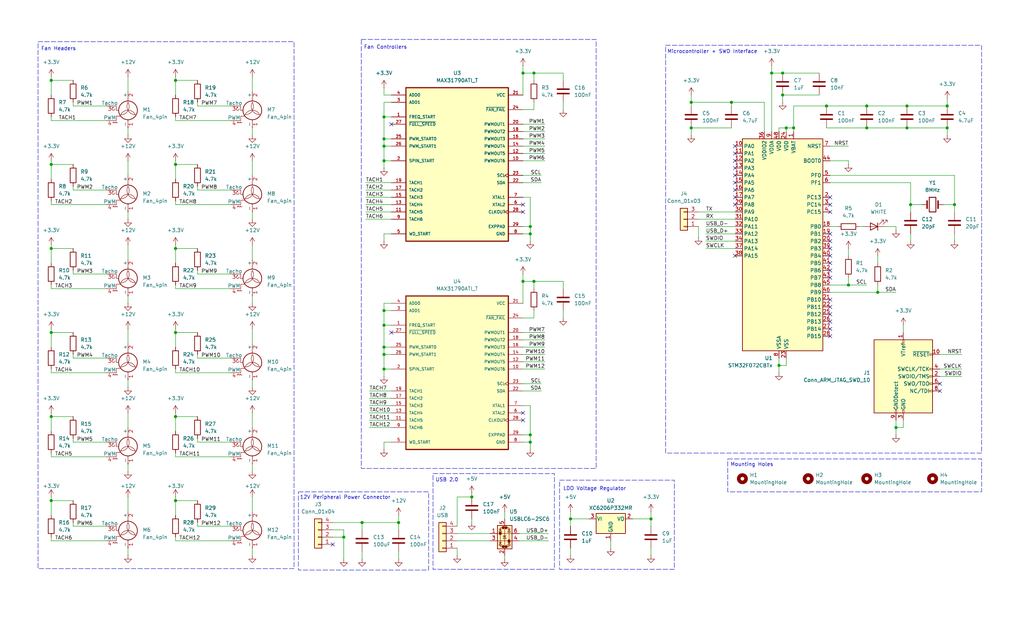
<source format=kicad_sch>
(kicad_sch (version 20231120) (generator "eeschema") (generator_version "8.0")
  (paper "USLegal")
  (title_block (title "OpenFanHub") (date "2024-08-10") (rev "0.2") (company "Rolando Rosales") (comment 1 "https://github.com/rolo-g/OpenFanHub"))
  (junction (at 133.35 120.65))
  (junction (at 60.96 115.57))
  (junction (at 294.64 99.06))
  (junction (at 275.59 44.45))
  (junction (at 184.15 151.13))
  (junction (at 316.23 71.12))
  (junction (at 60.96 86.36))
  (junction (at 240.03 35.56))
  (junction (at 17.78 115.57))
  (junction (at 287.02 36.83))
  (junction (at 138.43 181.61))
  (junction (at 17.78 86.36))
  (junction (at 331.47 71.12))
  (junction (at 267.97 25.4))
  (junction (at 17.78 173.99))
  (junction (at 271.78 33.02))
  (junction (at 133.35 128.27))
  (junction (at 133.35 123.19))
  (junction (at 181.61 25.4))
  (junction (at 163.83 172.72))
  (junction (at 133.35 40.64))
  (junction (at 328.93 44.45))
  (junction (at 60.96 144.78))
  (junction (at 133.35 113.03))
  (junction (at 119.38 186.69))
  (junction (at 133.35 50.8))
  (junction (at 226.06 180.34))
  (junction (at 133.35 107.95))
  (junction (at 133.35 48.26))
  (junction (at 254 35.56))
  (junction (at 300.99 44.45))
  (junction (at 273.05 44.45))
  (junction (at 198.12 180.34))
  (junction (at 311.15 148.59))
  (junction (at 328.93 36.83))
  (junction (at 133.35 55.88))
  (junction (at 240.03 44.45))
  (junction (at 300.99 36.83))
  (junction (at 185.42 97.79))
  (junction (at 60.96 57.15))
  (junction (at 60.96 27.94))
  (junction (at 17.78 57.15))
  (junction (at 17.78 27.94))
  (junction (at 184.15 153.67))
  (junction (at 17.78 144.78))
  (junction (at 270.51 127))
  (junction (at 184.15 81.28))
  (junction (at 304.8 101.6))
  (junction (at 314.96 44.45))
  (junction (at 184.15 78.74))
  (junction (at 314.96 36.83))
  (junction (at 125.73 181.61))
  (junction (at 60.96 173.99))
  (junction (at 181.61 97.79))
  (junction (at 271.78 25.4))
  (junction (at 185.42 25.4))
  (no_connect (at 326.39 135.89))
  (no_connect (at 288.29 111.76))
  (no_connect (at 255.27 53.34))
  (no_connect (at 288.29 93.98))
  (no_connect (at 181.61 143.51))
  (no_connect (at 255.27 60.96))
  (no_connect (at 255.27 71.12))
  (no_connect (at 288.29 81.28))
  (no_connect (at 255.27 55.88))
  (no_connect (at 181.61 146.05))
  (no_connect (at 255.27 68.58))
  (no_connect (at 288.29 114.3))
  (no_connect (at 288.29 109.22))
  (no_connect (at 288.29 96.52))
  (no_connect (at 288.29 104.14))
  (no_connect (at 255.27 63.5))
  (no_connect (at 288.29 106.68))
  (no_connect (at 288.29 73.66))
  (no_connect (at 255.27 66.04))
  (no_connect (at 288.29 116.84))
  (no_connect (at 288.29 86.36))
  (no_connect (at 288.29 91.44))
  (no_connect (at 288.29 68.58))
  (no_connect (at 115.57 189.23))
  (no_connect (at 255.27 88.9))
  (no_connect (at 326.39 133.35))
  (no_connect (at 181.61 73.66))
  (no_connect (at 135.89 115.57))
  (no_connect (at 288.29 83.82))
  (no_connect (at 255.27 58.42))
  (no_connect (at 135.89 43.18))
  (no_connect (at 288.29 71.12))
  (no_connect (at 255.27 50.8))
  (no_connect (at 181.61 71.12))
  (no_connect (at 288.29 88.9))
  (wire (pts (xy 127 76.2) (xy 135.89 76.2)))
  (wire (pts (xy 60.96 100.33) (xy 60.96 99.06)))
  (wire (pts (xy 298.45 78.74) (xy 299.72 78.74)))
  (wire (pts (xy 133.35 113.03) (xy 133.35 120.65)))
  (wire (pts (xy 328.93 44.45) (xy 328.93 46.99)))
  (wire (pts (xy 175.26 177.8) (xy 175.26 180.34)))
  (wire (pts (xy 294.64 96.52) (xy 294.64 99.06)))
  (wire (pts (xy 133.35 30.48) (xy 133.35 33.02)))
  (wire (pts (xy 181.61 97.79) (xy 181.61 105.41)))
  (wire (pts (xy 60.96 41.91) (xy 60.96 40.64)))
  (wire (pts (xy 17.78 120.65) (xy 17.78 115.57)))
  (wire (pts (xy 133.35 120.65) (xy 133.35 123.19)))
  (wire (pts (xy 327.66 71.12) (xy 331.47 71.12)))
  (wire (pts (xy 17.78 179.07) (xy 17.78 173.99)))
  (wire (pts (xy 133.35 123.19) (xy 133.35 128.27)))
  (wire (pts (xy 17.78 149.86) (xy 17.78 144.78)))
  (wire (pts (xy 125.73 184.15) (xy 125.73 181.61)))
  (wire (pts (xy 133.35 123.19) (xy 135.89 123.19)))
  (wire (pts (xy 158.75 172.72) (xy 158.75 182.88)))
  (wire (pts (xy 219.71 180.34) (xy 226.06 180.34)))
  (wire (pts (xy 226.06 177.8) (xy 226.06 180.34)))
  (wire (pts (xy 316.23 81.28) (xy 316.23 83.82)))
  (wire (pts (xy 254 35.56) (xy 240.03 35.56)))
  (wire (pts (xy 288.29 101.6) (xy 304.8 101.6)))
  (wire (pts (xy 270.51 44.45) (xy 270.51 45.72)))
  (wire (pts (xy 17.78 143.51) (xy 17.78 144.78)))
  (wire (pts (xy 133.35 55.88) (xy 133.35 58.42)))
  (wire (pts (xy 311.15 78.74) (xy 311.15 80.01)))
  (wire (pts (xy 128.27 143.51) (xy 135.89 143.51)))
  (wire (pts (xy 60.96 55.88) (xy 60.96 57.15)))
  (wire (pts (xy 60.96 91.44) (xy 60.96 86.36)))
  (wire (pts (xy 68.58 153.67) (xy 80.01 153.67)))
  (wire (pts (xy 328.93 34.29) (xy 328.93 36.83)))
  (wire (pts (xy 133.35 48.26) (xy 133.35 50.8)))
  (wire (pts (xy 133.35 81.28) (xy 133.35 83.82)))
  (wire (pts (xy 242.57 73.66) (xy 255.27 73.66)))
  (wire (pts (xy 133.35 40.64) (xy 135.89 40.64)))
  (wire (pts (xy 158.75 190.5) (xy 158.75 193.04)))
  (wire (pts (xy 25.4 95.25) (xy 36.83 95.25)))
  (wire (pts (xy 133.35 120.65) (xy 135.89 120.65)))
  (wire (pts (xy 60.96 120.65) (xy 60.96 115.57)))
  (wire (pts (xy 60.96 115.57) (xy 68.58 115.57)))
  (wire (pts (xy 195.58 27.94) (xy 195.58 25.4)))
  (wire (pts (xy 125.73 191.77) (xy 125.73 194.31)))
  (wire (pts (xy 181.61 25.4) (xy 181.61 33.02)))
  (wire (pts (xy 300.99 36.83) (xy 314.96 36.83)))
  (wire (pts (xy 181.61 140.97) (xy 184.15 140.97)))
  (wire (pts (xy 17.78 71.12) (xy 17.78 69.85)))
  (wire (pts (xy 133.35 105.41) (xy 133.35 107.95)))
  (wire (pts (xy 17.78 158.75) (xy 17.78 157.48)))
  (wire (pts (xy 226.06 190.5) (xy 226.06 193.04)))
  (wire (pts (xy 181.61 95.25) (xy 181.61 97.79)))
  (wire (pts (xy 180.34 187.96) (xy 190.5 187.96)))
  (wire (pts (xy 181.61 128.27) (xy 189.23 128.27)))
  (wire (pts (xy 181.61 63.5) (xy 187.96 63.5)))
  (wire (pts (xy 158.75 187.96) (xy 170.18 187.96)))
  (wire (pts (xy 313.69 113.03) (xy 313.69 115.57)))
  (wire (pts (xy 60.96 71.12) (xy 80.01 71.12)))
  (wire (pts (xy 68.58 36.83) (xy 80.01 36.83)))
  (wire (pts (xy 115.57 186.69) (xy 119.38 186.69)))
  (wire (pts (xy 128.27 146.05) (xy 135.89 146.05)))
  (wire (pts (xy 138.43 181.61) (xy 138.43 179.07)))
  (wire (pts (xy 17.78 55.88) (xy 17.78 57.15)))
  (wire (pts (xy 44.45 55.88) (xy 44.45 60.96)))
  (wire (pts (xy 265.43 45.72) (xy 265.43 35.56)))
  (wire (pts (xy 60.96 172.72) (xy 60.96 173.99)))
  (wire (pts (xy 304.8 88.9) (xy 304.8 91.44)))
  (wire (pts (xy 87.63 172.72) (xy 87.63 177.8)))
  (wire (pts (xy 17.78 115.57) (xy 25.4 115.57)))
  (wire (pts (xy 25.4 64.77) (xy 25.4 66.04)))
  (wire (pts (xy 68.58 93.98) (xy 68.58 95.25)))
  (wire (pts (xy 127 68.58) (xy 135.89 68.58)))
  (wire (pts (xy 184.15 151.13) (xy 184.15 153.67)))
  (wire (pts (xy 133.35 113.03) (xy 135.89 113.03)))
  (wire (pts (xy 304.8 101.6) (xy 311.15 101.6)))
  (wire (pts (xy 181.61 125.73) (xy 189.23 125.73)))
  (wire (pts (xy 87.63 102.87) (xy 87.63 105.41)))
  (wire (pts (xy 271.78 25.4) (xy 284.48 25.4)))
  (wire (pts (xy 60.96 114.3) (xy 60.96 115.57)))
  (wire (pts (xy 181.61 118.11) (xy 189.23 118.11)))
  (wire (pts (xy 195.58 25.4) (xy 185.42 25.4)))
  (wire (pts (xy 60.96 27.94) (xy 68.58 27.94)))
  (wire (pts (xy 311.15 148.59) (xy 313.69 148.59)))
  (wire (pts (xy 270.51 129.54) (xy 270.51 127)))
  (wire (pts (xy 185.42 25.4) (xy 185.42 27.94)))
  (wire (pts (xy 25.4 36.83) (xy 36.83 36.83)))
  (wire (pts (xy 181.61 97.79) (xy 185.42 97.79)))
  (wire (pts (xy 275.59 36.83) (xy 275.59 44.45)))
  (wire (pts (xy 60.96 143.51) (xy 60.96 144.78)))
  (wire (pts (xy 60.96 33.02) (xy 60.96 27.94)))
  (wire (pts (xy 133.35 128.27) (xy 133.35 130.81)))
  (wire (pts (xy 240.03 33.02) (xy 240.03 35.56)))
  (wire (pts (xy 331.47 60.96) (xy 331.47 71.12)))
  (wire (pts (xy 44.45 190.5) (xy 44.45 193.04)))
  (wire (pts (xy 115.57 181.61) (xy 125.73 181.61)))
  (wire (pts (xy 181.61 48.26) (xy 189.23 48.26)))
  (wire (pts (xy 68.58 152.4) (xy 68.58 153.67)))
  (wire (pts (xy 184.15 81.28) (xy 184.15 83.82)))
  (wire (pts (xy 60.96 149.86) (xy 60.96 144.78)))
  (wire (pts (xy 181.61 43.18) (xy 189.23 43.18)))
  (wire (pts (xy 25.4 123.19) (xy 25.4 124.46)))
  (wire (pts (xy 133.35 50.8) (xy 135.89 50.8)))
  (wire (pts (xy 25.4 93.98) (xy 25.4 95.25)))
  (wire (pts (xy 245.11 86.36) (xy 255.27 86.36)))
  (wire (pts (xy 195.58 35.56) (xy 195.58 38.1)))
  (wire (pts (xy 198.12 177.8) (xy 198.12 180.34)))
  (wire (pts (xy 68.58 124.46) (xy 80.01 124.46)))
  (wire (pts (xy 25.4 35.56) (xy 25.4 36.83)))
  (wire (pts (xy 17.78 86.36) (xy 25.4 86.36)))
  (wire (pts (xy 158.75 172.72) (xy 163.83 172.72)))
  (wire (pts (xy 87.63 55.88) (xy 87.63 60.96)))
  (wire (pts (xy 127 73.66) (xy 135.89 73.66)))
  (wire (pts (xy 314.96 36.83) (xy 328.93 36.83)))
  (wire (pts (xy 181.61 135.89) (xy 187.96 135.89)))
  (wire (pts (xy 60.96 144.78) (xy 68.58 144.78)))
  (wire (pts (xy 138.43 184.15) (xy 138.43 181.61)))
  (wire (pts (xy 245.11 81.28) (xy 255.27 81.28)))
  (wire (pts (xy 198.12 180.34) (xy 204.47 180.34)))
  (wire (pts (xy 60.96 62.23) (xy 60.96 57.15)))
  (wire (pts (xy 17.78 129.54) (xy 17.78 128.27)))
  (wire (pts (xy 181.61 120.65) (xy 189.23 120.65)))
  (wire (pts (xy 25.4 152.4) (xy 25.4 153.67)))
  (wire (pts (xy 181.61 25.4) (xy 185.42 25.4)))
  (wire (pts (xy 87.63 114.3) (xy 87.63 119.38)))
  (wire (pts (xy 119.38 186.69) (xy 119.38 184.15)))
  (wire (pts (xy 184.15 78.74) (xy 184.15 81.28)))
  (wire (pts (xy 87.63 190.5) (xy 87.63 193.04)))
  (wire (pts (xy 68.58 35.56) (xy 68.58 36.83)))
  (wire (pts (xy 68.58 66.04) (xy 80.01 66.04)))
  (wire (pts (xy 181.61 81.28) (xy 184.15 81.28)))
  (wire (pts (xy 60.96 187.96) (xy 60.96 186.69)))
  (wire (pts (xy 267.97 25.4) (xy 271.78 25.4)))
  (wire (pts (xy 17.78 57.15) (xy 25.4 57.15)))
  (wire (pts (xy 226.06 180.34) (xy 226.06 182.88)))
  (wire (pts (xy 288.29 55.88) (xy 294.64 55.88)))
  (wire (pts (xy 44.45 114.3) (xy 44.45 119.38)))
  (wire (pts (xy 17.78 41.91) (xy 17.78 40.64)))
  (wire (pts (xy 180.34 185.42) (xy 190.5 185.42)))
  (wire (pts (xy 60.96 86.36) (xy 68.58 86.36)))
  (wire (pts (xy 60.96 100.33) (xy 80.01 100.33)))
  (wire (pts (xy 133.35 107.95) (xy 133.35 113.03)))
  (wire (pts (xy 60.96 179.07) (xy 60.96 173.99)))
  (wire (pts (xy 181.61 153.67) (xy 184.15 153.67)))
  (wire (pts (xy 311.15 148.59) (xy 311.15 151.13)))
  (wire (pts (xy 25.4 181.61) (xy 25.4 182.88)))
  (wire (pts (xy 60.96 129.54) (xy 80.01 129.54)))
  (wire (pts (xy 316.23 63.5) (xy 316.23 71.12)))
  (wire (pts (xy 25.4 153.67) (xy 36.83 153.67)))
  (wire (pts (xy 25.4 182.88) (xy 36.83 182.88)))
  (wire (pts (xy 326.39 128.27) (xy 334.01 128.27)))
  (wire (pts (xy 133.35 33.02) (xy 135.89 33.02)))
  (wire (pts (xy 198.12 193.04) (xy 198.12 190.5)))
  (wire (pts (xy 133.35 40.64) (xy 133.35 48.26)))
  (wire (pts (xy 17.78 172.72) (xy 17.78 173.99)))
  (wire (pts (xy 300.99 44.45) (xy 314.96 44.45)))
  (wire (pts (xy 181.61 68.58) (xy 184.15 68.58)))
  (wire (pts (xy 60.96 129.54) (xy 60.96 128.27)))
  (wire (pts (xy 181.61 133.35) (xy 187.96 133.35)))
  (wire (pts (xy 68.58 182.88) (xy 80.01 182.88)))
  (wire (pts (xy 44.45 73.66) (xy 44.45 76.2)))
  (wire (pts (xy 271.78 33.02) (xy 271.78 35.56)))
  (wire (pts (xy 133.35 128.27) (xy 135.89 128.27)))
  (wire (pts (xy 288.29 50.8) (xy 294.64 50.8)))
  (wire (pts (xy 17.78 26.67) (xy 17.78 27.94)))
  (wire (pts (xy 245.11 78.74) (xy 255.27 78.74)))
  (wire (pts (xy 326.39 130.81) (xy 334.01 130.81)))
  (wire (pts (xy 128.27 148.59) (xy 135.89 148.59)))
  (wire (pts (xy 331.47 71.12) (xy 331.47 73.66)))
  (wire (pts (xy 267.97 22.86) (xy 267.97 25.4)))
  (wire (pts (xy 287.02 44.45) (xy 300.99 44.45)))
  (wire (pts (xy 240.03 44.45) (xy 254 44.45)))
  (wire (pts (xy 294.64 99.06) (xy 300.99 99.06)))
  (wire (pts (xy 320.04 71.12) (xy 316.23 71.12)))
  (wire (pts (xy 87.63 26.67) (xy 87.63 31.75)))
  (wire (pts (xy 128.27 140.97) (xy 135.89 140.97)))
  (wire (pts (xy 44.45 161.29) (xy 44.45 163.83)))
  (wire (pts (xy 133.35 55.88) (xy 135.89 55.88)))
  (wire (pts (xy 135.89 81.28) (xy 133.35 81.28)))
  (wire (pts (xy 273.05 124.46) (xy 273.05 127)))
  (wire (pts (xy 68.58 123.19) (xy 68.58 124.46)))
  (wire (pts (xy 119.38 194.31) (xy 119.38 186.69)))
  (wire (pts (xy 60.96 71.12) (xy 60.96 69.85)))
  (wire (pts (xy 60.96 173.99) (xy 68.58 173.99)))
  (wire (pts (xy 60.96 57.15) (xy 68.58 57.15)))
  (wire (pts (xy 68.58 181.61) (xy 68.58 182.88)))
  (wire (pts (xy 185.42 97.79) (xy 195.58 97.79)))
  (wire (pts (xy 265.43 35.56) (xy 254 35.56)))
  (wire (pts (xy 304.8 99.06) (xy 304.8 101.6)))
  (wire (pts (xy 184.15 153.67) (xy 184.15 156.21)))
  (wire (pts (xy 133.35 35.56) (xy 133.35 40.64)))
  (wire (pts (xy 17.78 62.23) (xy 17.78 57.15)))
  (wire (pts (xy 44.45 143.51) (xy 44.45 148.59)))
  (wire (pts (xy 17.78 100.33) (xy 36.83 100.33)))
  (wire (pts (xy 87.63 44.45) (xy 87.63 46.99)))
  (wire (pts (xy 326.39 123.19) (xy 334.01 123.19)))
  (wire (pts (xy 175.26 194.31) (xy 175.26 193.04)))
  (wire (pts (xy 44.45 102.87) (xy 44.45 105.41)))
  (wire (pts (xy 311.15 146.05) (xy 311.15 148.59)))
  (wire (pts (xy 17.78 144.78) (xy 25.4 144.78)))
  (wire (pts (xy 133.35 48.26) (xy 135.89 48.26)))
  (wire (pts (xy 181.61 60.96) (xy 187.96 60.96)))
  (wire (pts (xy 135.89 35.56) (xy 133.35 35.56)))
  (wire (pts (xy 17.78 41.91) (xy 36.83 41.91)))
  (wire (pts (xy 181.61 110.49) (xy 185.42 110.49)))
  (wire (pts (xy 273.05 44.45) (xy 273.05 45.72)))
  (wire (pts (xy 87.63 143.51) (xy 87.63 148.59)))
  (wire (pts (xy 44.45 85.09) (xy 44.45 90.17)))
  (wire (pts (xy 181.61 38.1) (xy 185.42 38.1)))
  (wire (pts (xy 127 71.12) (xy 135.89 71.12)))
  (wire (pts (xy 181.61 45.72) (xy 189.23 45.72)))
  (wire (pts (xy 133.35 153.67) (xy 135.89 153.67)))
  (wire (pts (xy 181.61 53.34) (xy 189.23 53.34)))
  (wire (pts (xy 181.61 78.74) (xy 184.15 78.74)))
  (wire (pts (xy 181.61 115.57) (xy 189.23 115.57)))
  (wire (pts (xy 181.61 151.13) (xy 184.15 151.13)))
  (wire (pts (xy 60.96 41.91) (xy 80.01 41.91)))
  (wire (pts (xy 138.43 191.77) (xy 138.43 194.31)))
  (wire (pts (xy 195.58 107.95) (xy 195.58 110.49)))
  (wire (pts (xy 60.96 158.75) (xy 80.01 158.75)))
  (wire (pts (xy 25.4 124.46) (xy 36.83 124.46)))
  (wire (pts (xy 240.03 44.45) (xy 240.03 46.99)))
  (wire (pts (xy 185.42 38.1) (xy 185.42 35.56)))
  (wire (pts (xy 127 66.04) (xy 135.89 66.04)))
  (wire (pts (xy 25.4 66.04) (xy 36.83 66.04)))
  (wire (pts (xy 17.78 173.99) (xy 25.4 173.99)))
  (wire (pts (xy 17.78 71.12) (xy 36.83 71.12)))
  (wire (pts (xy 267.97 45.72) (xy 267.97 25.4)))
  (wire (pts (xy 68.58 64.77) (xy 68.58 66.04)))
  (wire (pts (xy 133.35 50.8) (xy 133.35 55.88)))
  (wire (pts (xy 17.78 27.94) (xy 25.4 27.94)))
  (wire (pts (xy 115.57 184.15) (xy 119.38 184.15)))
  (wire (pts (xy 271.78 33.02) (xy 284.48 33.02)))
  (wire (pts (xy 17.78 33.02) (xy 17.78 27.94)))
  (wire (pts (xy 212.09 187.96) (xy 212.09 190.5)))
  (wire (pts (xy 287.02 36.83) (xy 300.99 36.83)))
  (wire (pts (xy 185.42 110.49) (xy 185.42 107.95)))
  (wire (pts (xy 17.78 100.33) (xy 17.78 99.06)))
  (wire (pts (xy 270.51 124.46) (xy 270.51 127)))
  (wire (pts (xy 125.73 181.61) (xy 138.43 181.61)))
  (wire (pts (xy 127 63.5) (xy 135.89 63.5)))
  (wire (pts (xy 245.11 83.82) (xy 255.27 83.82)))
  (wire (pts (xy 270.51 44.45) (xy 273.05 44.45)))
  (wire (pts (xy 254 35.56) (xy 254 36.83)))
  (wire (pts (xy 195.58 100.33) (xy 195.58 97.79)))
  (wire (pts (xy 60.96 158.75) (xy 60.96 157.48)))
  (wire (pts (xy 181.61 50.8) (xy 189.23 50.8)))
  (wire (pts (xy 184.15 140.97) (xy 184.15 151.13)))
  (wire (pts (xy 87.63 85.09) (xy 87.63 90.17)))
  (wire (pts (xy 87.63 161.29) (xy 87.63 163.83)))
  (wire (pts (xy 68.58 95.25) (xy 80.01 95.25)))
  (wire (pts (xy 240.03 35.56) (xy 240.03 36.83)))
  (wire (pts (xy 44.45 172.72) (xy 44.45 177.8)))
  (wire (pts (xy 294.64 55.88) (xy 294.64 57.15)))
  (wire (pts (xy 17.78 187.96) (xy 17.78 186.69)))
  (wire (pts (xy 60.96 187.96) (xy 80.01 187.96)))
  (wire (pts (xy 158.75 185.42) (xy 170.18 185.42)))
  (wire (pts (xy 17.78 129.54) (xy 36.83 129.54)))
  (wire (pts (xy 17.78 114.3) (xy 17.78 115.57)))
  (wire (pts (xy 128.27 135.89) (xy 135.89 135.89)))
  (wire (pts (xy 128.27 138.43) (xy 135.89 138.43)))
  (wire (pts (xy 163.83 171.45) (xy 163.83 172.72)))
  (wire (pts (xy 307.34 78.74) (xy 311.15 78.74)))
  (wire (pts (xy 287.02 36.83) (xy 275.59 36.83)))
  (wire (pts (xy 44.45 132.08) (xy 44.45 134.62)))
  (wire (pts (xy 185.42 97.79) (xy 185.42 100.33)))
  (wire (pts (xy 181.61 55.88) (xy 189.23 55.88)))
  (wire (pts (xy 133.35 156.21) (xy 133.35 153.67)))
  (wire (pts (xy 135.89 107.95) (xy 133.35 107.95)))
  (wire (pts (xy 288.29 60.96) (xy 331.47 60.96)))
  (wire (pts (xy 288.29 78.74) (xy 290.83 78.74)))
  (wire (pts (xy 198.12 180.34) (xy 198.12 182.88)))
  (wire (pts (xy 184.15 68.58) (xy 184.15 78.74)))
  (wire (pts (xy 135.89 105.41) (xy 133.35 105.41)))
  (wire (pts (xy 17.78 187.96) (xy 36.83 187.96)))
  (wire (pts (xy 17.78 85.09) (xy 17.78 86.36)))
  (wire (pts (xy 87.63 73.66) (xy 87.63 76.2)))
  (wire (pts (xy 275.59 44.45) (xy 275.59 45.72)))
  (wire (pts (xy 44.45 44.45) (xy 44.45 46.99)))
  (wire (pts (xy 242.57 76.2) (xy 255.27 76.2)))
  (wire (pts (xy 270.51 127) (xy 273.05 127)))
  (wire (pts (xy 181.61 123.19) (xy 189.23 123.19)))
  (wire (pts (xy 17.78 158.75) (xy 36.83 158.75)))
  (wire (pts (xy 181.61 22.86) (xy 181.61 25.4)))
  (wire (pts (xy 316.23 71.12) (xy 316.23 73.66)))
  (wire (pts (xy 242.57 82.55) (xy 242.57 78.74)))
  (wire (pts (xy 288.29 99.06) (xy 294.64 99.06)))
  (wire (pts (xy 87.63 132.08) (xy 87.63 134.62)))
  (wire (pts (xy 294.64 86.36) (xy 294.64 88.9)))
  (wire (pts (xy 60.96 85.09) (xy 60.96 86.36)))
  (wire (pts (xy 331.47 81.28) (xy 331.47 83.82)))
  (wire (pts (xy 313.69 148.59) (xy 313.69 146.05)))
  (wire (pts (xy 288.29 63.5) (xy 316.23 63.5)))
  (wire (pts (xy 163.83 180.34) (xy 163.83 181.61)))
  (wire (pts (xy 314.96 44.45) (xy 328.93 44.45)))
  (wire (pts (xy 273.05 44.45) (xy 275.59 44.45)))
  (wire (pts (xy 17.78 91.44) (xy 17.78 86.36)))
  (wire (pts (xy 44.45 26.67) (xy 44.45 31.75)))
  (wire (pts (xy 60.96 26.67) (xy 60.96 27.94)))
  (rectangle (start 125.476 13.716) (end 207.01 162.814) (stroke (width 0) (type dash)))
  (rectangle (start 252.73 159.512) (end 340.868 170.942) (stroke (width 0) (type dash)))
  (rectangle (start 231.14 15.748) (end 340.868 157.48) (stroke (width 0) (type dash)))
  (rectangle (start 150.368 164.592) (end 192.532 197.866) (stroke (width 0) (type dash)))
  (rectangle (start 194.31 166.878) (end 234.188 197.866) (stroke (width 0) (type dash)))
  (rectangle (start 13.208 14.478) (end 102.108 197.612) (stroke (width 0) (type dash)))
  (rectangle (start 103.632 170.942) (end 148.844 198.12) (stroke (width 0) (type dash)))
  (text "USB 2.0\n" (at 155.194 166.878 0) (effects (font (size 1.27 1.27))))
  (text "12V Peripheral Power Connector" (at 119.888 172.974 0) (effects (font (size 1.27 1.27))))
  (text "Fan Headers" (at 20.32 17.018 0) (effects (font (size 1.27 1.27))))
  (text "Mounting Holes" (at 261.112 161.544 0) (effects (font (size 1.27 1.27))))
  (text "LDO Voltage Regulator" (at 206.502 169.926 0) (effects (font (size 1.27 1.27))))
  (text "Microcontroller + SWD Interface" (at 247.396 18.034 0) (effects (font (size 1.27 1.27))))
  (text "Fan Controllers" (at 133.858 16.51 0) (effects (font (size 1.27 1.27))))
  (label "USB_D+" (at 190.5 185.42 180))
  (label "PWM6" (at 189.23 55.88 180))
  (label "PWM3" (at 189.23 48.26 180))
  (label "PWM1" (at 26.67 36.83 0))
  (label "USB_D-" (at 190.5 187.96 180))
  (label "TACH4" (at 127 71.12 0))
  (label "SWDIO" (at 245.11 83.82 0))
  (label "PWM5" (at 26.67 153.67 0))
  (label "SWCLK" (at 245.11 86.36 0))
  (label "SWCLK" (at 334.01 128.27 180))
  (label "TACH7" (at 62.23 41.91 0))
  (label "USB_D-" (at 245.11 78.74 0))
  (label "SCL" (at 187.96 133.35 180))
  (label "PWM10" (at 69.85 124.46 0))
  (label "PWM10" (at 189.23 123.19 180))
  (label "TACH9" (at 62.23 100.33 0))
  (label "PWM9" (at 69.85 95.25 0))
  (label "SCL" (at 187.96 60.96 180))
  (label "TACH10" (at 128.27 143.51 0))
  (label "PWM2" (at 26.67 66.04 0))
  (label "TACH11" (at 128.27 146.05 0))
  (label "PWM12" (at 69.85 182.88 0))
  (label "TACH1" (at 127 63.5 0))
  (label "PWM12" (at 189.23 128.27 180))
  (label "PWM5" (at 189.23 53.34 180))
  (label "TACH1" (at 20.32 41.91 0))
  (label "TACH12" (at 128.27 148.59 0))
  (label "SDA" (at 187.96 135.89 180))
  (label "TACH11" (at 62.23 158.75 0))
  (label "USB_D+" (at 245.11 81.28 0))
  (label "RX" (at 245.11 76.2 0))
  (label "PWM8" (at 69.85 66.04 0))
  (label "PWM1" (at 189.23 43.18 180))
  (label "SDA" (at 187.96 63.5 180))
  (label "PWM2" (at 189.23 45.72 180))
  (label "TACH8" (at 62.23 71.12 0))
  (label "NRST" (at 334.01 123.19 180))
  (label "PWM8" (at 189.23 118.11 180))
  (label "SWDIO" (at 334.01 130.81 180))
  (label "PWM6" (at 26.67 182.88 0))
  (label "PWM4" (at 189.23 50.8 180))
  (label "SDA" (at 311.15 101.6 180))
  (label "TACH2" (at 19.05 71.12 0))
  (label "TACH6" (at 127 76.2 0))
  (label "PWM11" (at 69.85 153.67 0))
  (label "TACH10" (at 62.23 129.54 0))
  (label "NRST" (at 294.64 50.8 180))
  (label "TX" (at 245.11 73.66 0))
  (label "TACH5" (at 19.05 158.75 0))
  (label "TACH9" (at 128.27 140.97 0))
  (label "TACH12" (at 62.23 187.96 0))
  (label "PWM7" (at 69.85 36.83 0))
  (label "TACH6" (at 19.05 187.96 0))
  (label "TACH5" (at 127 73.66 0))
  (label "PWM9" (at 189.23 120.65 180))
  (label "PWM3" (at 26.67 95.25 0))
  (label "TACH2" (at 127 66.04 0))
  (label "PWM4" (at 26.67 124.46 0))
  (label "TACH3" (at 19.05 100.33 0))
  (label "SCL" (at 300.99 99.06 180))
  (label "PWM11" (at 189.23 125.73 180))
  (label "TACH3" (at 127 68.58 0))
  (label "TACH4" (at 19.05 129.54 0))
  (label "TACH7" (at 128.27 135.89 0))
  (label "PWM7" (at 189.23 115.57 180))
  (label "TACH8" (at 128.27 138.43 0))
  (symbol (lib_id "Device:R") (at 25.4 90.17 0) (unit 1)
    (property "Reference" "R11" (at 27.94 88.8999 0) (effects (justify left)))
    (property "Value" "4.7k" (at 27.94 91.4399 0) (effects (justify left)))
    (property "Footprint" "Resistor_SMD:R_0603_1608Metric" (effects (hide yes)))
    (property "Description" "Resistor" (effects (hide yes)))
  )
  (symbol (lib_id "Device:R") (at 185.42 31.75 0) (unit 1)
    (property "Reference" "R3" (at 187.96 30.4799 0) (effects (justify left)))
    (property "Value" "4.7k" (at 187.96 33.0199 0) (effects (justify left)))
    (property "Footprint" "Resistor_SMD:R_0603_1608Metric" (effects (hide yes)))
    (property "Description" "Resistor" (effects (hide yes)))
  )
  (symbol (lib_id "Mechanical:MountingHole") (at 323.85 166.37 0) (unit 1) (exclude_from_sim yes) (in_bom no)
    (property "Reference" "H4" (at 326.39 165.0999 0) (effects (justify left)))
    (property "Value" "MountingHole" (at 326.39 167.6399 0) (effects (justify left)))
    (property "Footprint" "MountingHole:MountingHole_2.2mm_M2" (effects (hide yes)))
    (property "Description" "Mounting Hole without connection" (effects (hide yes)))
  )
  (symbol (lib_id "Device:R") (at 17.78 124.46 0) (unit 1)
    (property "Reference" "R12" (at 20.32 123.1899 0) (effects (justify left)))
    (property "Value" "4.7k" (at 20.32 125.7299 0) (effects (justify left)))
    (property "Footprint" "Resistor_SMD:R_0603_1608Metric" (effects (hide yes)))
    (property "Description" "Resistor" (effects (hide yes)))
  )
  (symbol (lib_id "Device:C") (at 316.23 77.47 0) (unit 1)
    (property "Reference" "C12" (at 320.04 76.1999 0) (effects (justify left)))
    (property "Value" "20pF" (at 320.04 78.7399 0) (effects (justify left)))
    (property "Footprint" "Capacitor_SMD:C_0603_1608Metric" (effects (hide yes)))
    (property "Description" "Unpolarized capacitor" (effects (hide yes)))
  )
  (symbol (lib_id "power:+3.3V") (at 60.96 55.88 0) (unit 1)
    (property "Reference" "#PWR099" (effects (hide yes)))
    (property "Value" "+3.3V" (at 60.96 50.8 0))
    (property "Description" "Power symbol creates a global label with name \"+3.3V\"" (effects (hide yes)))
  )
  (symbol (lib_id "Motor:Fan_4pin") (at 44.45 68.58 0) (unit 1)
    (property "Reference" "M2" (at 49.53 67.3099 0) (effects (justify left)))
    (property "Value" "Fan_4pin" (at 49.53 69.8499 0) (effects (justify left)))
    (property "Footprint" "Connector:FanPinHeader_1x04_P2.54mm_Vertical" (effects (hide yes)))
    (property "Datasheet" "http://www.formfactors.org/developer%5Cspecs%5Crev1_2_public.pdf" (effects (hide yes)))
    (property "Description" "Fan, tacho output, PWM input, 4-pin connector" (effects (hide yes)))
  )
  (symbol (lib_id "power:+12V") (at 44.45 143.51 0) (unit 1)
    (property "Reference" "#PWR059" (effects (hide yes)))
    (property "Value" "+12V" (at 44.45 138.43 0))
    (property "Description" "Power symbol creates a global label with name \"+12V\"" (effects (hide yes)))
  )
  (symbol (lib_id "Device:R") (at 68.58 60.96 0) (unit 1)
    (property "Reference" "R21" (at 71.12 59.6899 0) (effects (justify left)))
    (property "Value" "4.7k" (at 71.12 62.2299 0) (effects (justify left)))
    (property "Footprint" "Resistor_SMD:R_0603_1608Metric" (effects (hide yes)))
    (property "Description" "Resistor" (effects (hide yes)))
  )
  (symbol (lib_id "Motor:Fan_4pin") (at 87.63 97.79 0) (unit 1)
    (property "Reference" "M9" (at 92.71 96.5199 0) (effects (justify left)))
    (property "Value" "Fan_4pin" (at 92.71 99.0599 0) (effects (justify left)))
    (property "Footprint" "Connector:FanPinHeader_1x04_P2.54mm_Vertical" (effects (hide yes)))
    (property "Datasheet" "http://www.formfactors.org/developer%5Cspecs%5Crev1_2_public.pdf" (effects (hide yes)))
    (property "Description" "Fan, tacho output, PWM input, 4-pin connector" (effects (hide yes)))
  )
  (symbol (lib_id "power:GND") (at 133.35 130.81 0) (unit 1)
    (property "Reference" "#PWR032" (effects (hide yes)))
    (property "Value" "GND" (effects (hide yes)))
    (property "Description" "Power symbol creates a global label with name \"GND\" , ground" (effects (hide yes)))
  )
  (symbol (lib_id "Device:R") (at 60.96 66.04 0) (unit 1)
    (property "Reference" "R20" (at 63.5 64.7699 0) (effects (justify left)))
    (property "Value" "4.7k" (at 63.5 67.3099 0) (effects (justify left)))
    (property "Footprint" "Resistor_SMD:R_0603_1608Metric" (effects (hide yes)))
    (property "Description" "Resistor" (effects (hide yes)))
  )
  (symbol (lib_id "power:GND") (at 158.75 193.04 0) (unit 1)
    (property "Reference" "#PWR023" (effects (hide yes)))
    (property "Value" "GND" (effects (hide yes)))
    (property "Description" "Power symbol creates a global label with name \"GND\" , ground" (effects (hide yes)))
  )
  (symbol (lib_id "Motor:Fan_4pin") (at 87.63 127 0) (unit 1)
    (property "Reference" "M10" (at 92.71 125.7299 0) (effects (justify left)))
    (property "Value" "Fan_4pin" (at 92.71 128.2699 0) (effects (justify left)))
    (property "Footprint" "Connector:FanPinHeader_1x04_P2.54mm_Vertical" (effects (hide yes)))
    (property "Datasheet" "http://www.formfactors.org/developer%5Cspecs%5Crev1_2_public.pdf" (effects (hide yes)))
    (property "Description" "Fan, tacho output, PWM input, 4-pin connector" (effects (hide yes)))
  )
  (symbol (lib_id "power:GND") (at 294.64 57.15 0) (unit 1)
    (property "Reference" "#PWR042" (effects (hide yes)))
    (property "Value" "GND" (effects (hide yes)))
    (property "Description" "Power symbol creates a global label with name \"GND\" , ground" (effects (hide yes)))
  )
  (symbol (lib_id "Device:R") (at 294.64 92.71 0) (unit 1)
    (property "Reference" "R1" (at 297.18 91.4399 0) (effects (justify left)))
    (property "Value" "4.7k" (at 297.18 93.9799 0) (effects (justify left)))
    (property "Footprint" "Resistor_SMD:R_0603_1608Metric" (effects (hide yes)))
    (property "Description" "Resistor" (effects (hide yes)))
  )
  (symbol (lib_id "power:+3.3V") (at 17.78 55.88 0) (unit 1)
    (property "Reference" "#PWR098" (effects (hide yes)))
    (property "Value" "+3.3V" (at 17.78 50.8 0))
    (property "Description" "Power symbol creates a global label with name \"+3.3V\"" (effects (hide yes)))
  )
  (symbol (lib_id "power:GND") (at 44.45 76.2 0) (unit 1)
    (property "Reference" "#PWR048" (effects (hide yes)))
    (property "Value" "GND" (effects (hide yes)))
    (property "Description" "Power symbol creates a global label with name \"GND\" , ground" (effects (hide yes)))
  )
  (symbol (lib_id "power:+12V") (at 44.45 85.09 0) (unit 1)
    (property "Reference" "#PWR051" (effects (hide yes)))
    (property "Value" "+12V" (at 44.45 80.01 0))
    (property "Description" "Power symbol creates a global label with name \"+12V\"" (effects (hide yes)))
  )
  (symbol (lib_id "Device:R") (at 294.64 78.74 90) (unit 1)
    (property "Reference" "R5" (at 294.64 72.39 90))
    (property "Value" "4.7k" (at 294.64 74.93 90))
    (property "Footprint" "Resistor_SMD:R_0603_1608Metric" (effects (hide yes)))
    (property "Description" "Resistor" (effects (hide yes)))
  )
  (symbol (lib_id "power:+3.3V") (at 313.69 113.03 0) (unit 1)
    (property "Reference" "#PWR024" (effects (hide yes)))
    (property "Value" "+3.3V" (at 313.69 107.95 0))
    (property "Description" "Power symbol creates a global label with name \"+3.3V\"" (effects (hide yes)))
  )
  (symbol (lib_id "power:+3.3V") (at 60.96 143.51 0) (unit 1)
    (property "Reference" "#PWR092" (effects (hide yes)))
    (property "Value" "+3.3V" (at 60.96 138.43 0))
    (property "Description" "Power symbol creates a global label with name \"+3.3V\"" (effects (hide yes)))
  )
  (symbol (lib_id "power:GND") (at 316.23 83.82 0) (unit 1)
    (property "Reference" "#PWR016" (effects (hide yes)))
    (property "Value" "GND" (effects (hide yes)))
    (property "Description" "Power symbol creates a global label with name \"GND\" , ground" (effects (hide yes)))
  )
  (symbol (lib_id "power:+3.3V") (at 133.35 30.48 0) (unit 1)
    (property "Reference" "#PWR034" (effects (hide yes)))
    (property "Value" "+3.3V" (at 133.35 25.4 0))
    (property "Description" "Power symbol creates a global label with name \"+3.3V\"" (effects (hide yes)))
  )
  (symbol (lib_id "power:GND") (at 328.93 46.99 0) (unit 1)
    (property "Reference" "#PWR05" (effects (hide yes)))
    (property "Value" "GND" (effects (hide yes)))
    (property "Description" "Power symbol creates a global label with name \"GND\" , ground" (effects (hide yes)))
  )
  (symbol (lib_id "Device:C") (at 314.96 40.64 0) (unit 1)
    (property "Reference" "C3" (at 318.77 39.3699 0) (effects (justify left)))
    (property "Value" "100nF" (at 318.77 41.9099 0) (effects (justify left)))
    (property "Footprint" "Capacitor_SMD:C_0603_1608Metric" (effects (hide yes)))
    (property "Description" "Unpolarized capacitor" (effects (hide yes)))
  )
  (symbol (lib_id "Motor:Fan_4pin") (at 44.45 127 0) (unit 1)
    (property "Reference" "M4" (at 49.53 125.7299 0) (effects (justify left)))
    (property "Value" "Fan_4pin" (at 49.53 128.2699 0) (effects (justify left)))
    (property "Footprint" "Connector:FanPinHeader_1x04_P2.54mm_Vertical" (effects (hide yes)))
    (property "Datasheet" "http://www.formfactors.org/developer%5Cspecs%5Crev1_2_public.pdf" (effects (hide yes)))
    (property "Description" "Fan, tacho output, PWM input, 4-pin connector" (effects (hide yes)))
  )
  (symbol (lib_id "Motor:Fan_4pin") (at 44.45 185.42 0) (unit 1)
    (property "Reference" "M6" (at 49.53 184.1499 0) (effects (justify left)))
    (property "Value" "Fan_4pin" (at 49.53 186.6899 0) (effects (justify left)))
    (property "Footprint" "Connector:FanPinHeader_1x04_P2.54mm_Vertical" (effects (hide yes)))
    (property "Datasheet" "http://www.formfactors.org/developer%5Cspecs%5Crev1_2_public.pdf" (effects (hide yes)))
    (property "Description" "Fan, tacho output, PWM input, 4-pin connector" (effects (hide yes)))
  )
  (symbol (lib_id "power:GND") (at 271.78 35.56 0) (unit 1)
    (property "Reference" "#PWR04" (effects (hide yes)))
    (property "Value" "GND" (effects (hide yes)))
    (property "Description" "Power symbol creates a global label with name \"GND\" , ground" (effects (hide yes)))
  )
  (symbol (lib_id "Device:Crystal") (at 323.85 71.12 0) (unit 1)
    (property "Reference" "Y1" (at 323.85 63.5 0))
    (property "Value" "8MHz" (at 323.85 66.04 0))
    (property "Footprint" "Crystal:Crystal_SMD_5032-2Pin_5.0x3.2mm" (effects (hide yes)))
    (property "Description" "Two pin crystal" (effects (hide yes)))
  )
  (symbol (lib_id "Device:C") (at 287.02 40.64 0) (unit 1)
    (property "Reference" "C1" (at 290.83 39.3699 0) (effects (justify left)))
    (property "Value" "100nF" (at 290.83 41.9099 0) (effects (justify left)))
    (property "Footprint" "Capacitor_SMD:C_0603_1608Metric" (effects (hide yes)))
    (property "Description" "Unpolarized capacitor" (effects (hide yes)))
  )
  (symbol (lib_id "Device:R") (at 60.96 95.25 0) (unit 1)
    (property "Reference" "R22" (at 63.5 93.9799 0) (effects (justify left)))
    (property "Value" "4.7k" (at 63.5 96.5199 0) (effects (justify left)))
    (property "Footprint" "Resistor_SMD:R_0603_1608Metric" (effects (hide yes)))
    (property "Description" "Resistor" (effects (hide yes)))
  )
  (symbol (lib_id "power:GND") (at 212.09 190.5 0) (unit 1)
    (property "Reference" "#PWR010" (effects (hide yes)))
    (property "Value" "GND" (effects (hide yes)))
    (property "Description" "Power symbol creates a global label with name \"GND\" , ground" (effects (hide yes)))
  )
  (symbol (lib_id "power:+5V") (at 198.12 177.8 0) (unit 1)
    (property "Reference" "#PWR013" (effects (hide yes)))
    (property "Value" "+5V" (at 198.12 172.72 0))
    (property "Description" "Power symbol creates a global label with name \"+5V\"" (effects (hide yes)))
  )
  (symbol (lib_id "power:GND") (at 195.58 110.49 0) (unit 1)
    (property "Reference" "#PWR037" (effects (hide yes)))
    (property "Value" "GND" (effects (hide yes)))
    (property "Description" "Power symbol creates a global label with name \"GND\" , ground" (effects (hide yes)))
  )
  (symbol (lib_id "Device:R") (at 68.58 31.75 0) (unit 1)
    (property "Reference" "R19" (at 71.12 30.4799 0) (effects (justify left)))
    (property "Value" "4.7k" (at 71.12 33.0199 0) (effects (justify left)))
    (property "Footprint" "Resistor_SMD:R_0603_1608Metric" (effects (hide yes)))
    (property "Description" "Resistor" (effects (hide yes)))
  )
  (symbol (lib_id "Device:C") (at 125.73 187.96 0) (unit 1)
    (property "Reference" "C13" (at 129.54 186.6899 0) (effects (justify left)))
    (property "Value" "100uF" (at 129.54 189.2299 0) (effects (justify left)))
    (property "Footprint" "Capacitor_SMD:CP_Elec_6.3x5.4_Nichicon" (effects (hide yes)))
    (property "Description" "Unpolarized capacitor" (effects (hide yes)))
  )
  (symbol (lib_id "power:+12V") (at 87.63 55.88 0) (unit 1)
    (property "Reference" "#PWR071" (effects (hide yes)))
    (property "Value" "+12V" (at 87.63 50.8 0))
    (property "Description" "Power symbol creates a global label with name \"+12V\"" (effects (hide yes)))
  )
  (symbol (lib_id "power:+3.3V") (at 60.96 114.3 0) (unit 1)
    (property "Reference" "#PWR095" (effects (hide yes)))
    (property "Value" "+3.3V" (at 60.96 109.22 0))
    (property "Description" "Power symbol creates a global label with name \"+3.3V\"" (effects (hide yes)))
  )
  (symbol (lib_id "Device:R") (at 25.4 31.75 0) (unit 1)
    (property "Reference" "R6" (at 27.94 30.4799 0) (effects (justify left)))
    (property "Value" "4.7k" (at 27.94 33.0199 0) (effects (justify left)))
    (property "Footprint" "Resistor_SMD:R_0603_1608Metric" (effects (hide yes)))
    (property "Description" "Resistor" (effects (hide yes)))
  )
  (symbol (lib_id "Device:R") (at 25.4 148.59 0) (unit 1)
    (property "Reference" "R15" (at 27.94 147.3199 0) (effects (justify left)))
    (property "Value" "4.7k" (at 27.94 149.8599 0) (effects (justify left)))
    (property "Footprint" "Resistor_SMD:R_0603_1608Metric" (effects (hide yes)))
    (property "Description" "Resistor" (effects (hide yes)))
  )
  (symbol (lib_id "Device:C") (at 254 40.64 0) (unit 1)
    (property "Reference" "C6" (at 257.81 39.3699 0) (effects (justify left)))
    (property "Value" "4.7uF" (at 257.81 41.9099 0) (effects (justify left)))
    (property "Footprint" "Capacitor_SMD:C_0805_2012Metric" (effects (hide yes)))
    (property "Description" "Unpolarized capacitor" (effects (hide yes)))
  )
  (symbol (lib_id "Device:R") (at 68.58 119.38 0) (unit 1)
    (property "Reference" "R25" (at 71.12 118.1099 0) (effects (justify left)))
    (property "Value" "4.7k" (at 71.12 120.6499 0) (effects (justify left)))
    (property "Footprint" "Resistor_SMD:R_0603_1608Metric" (effects (hide yes)))
    (property "Description" "Resistor" (effects (hide yes)))
  )
  (symbol (lib_id "power:GND") (at 240.03 46.99 0) (unit 1)
    (property "Reference" "#PWR02" (effects (hide yes)))
    (property "Value" "GND" (effects (hide yes)))
    (property "Description" "Power symbol creates a global label with name \"GND\" , ground" (effects (hide yes)))
  )
  (symbol (lib_id "Motor:Fan_4pin") (at 44.45 39.37 0) (unit 1)
    (property "Reference" "M1" (at 49.53 38.0999 0) (effects (justify left)))
    (property "Value" "Fan_4pin" (at 49.53 40.6399 0) (effects (justify left)))
    (property "Footprint" "Connector:FanPinHeader_1x04_P2.54mm_Vertical" (effects (hide yes)))
    (property "Datasheet" "http://www.formfactors.org/developer%5Cspecs%5Crev1_2_public.pdf" (effects (hide yes)))
    (property "Description" "Fan, tacho output, PWM input, 4-pin connector" (effects (hide yes)))
  )
  (symbol (lib_id "power:GND") (at 331.47 83.82 0) (unit 1)
    (property "Reference" "#PWR017" (effects (hide yes)))
    (property "Value" "GND" (effects (hide yes)))
    (property "Description" "Power symbol creates a global label with name \"GND\" , ground" (effects (hide yes)))
  )
  (symbol (lib_id "Device:R") (at 25.4 119.38 0) (unit 1)
    (property "Reference" "R13" (at 27.94 118.1099 0) (effects (justify left)))
    (property "Value" "4.7k" (at 27.94 120.6499 0) (effects (justify left)))
    (property "Footprint" "Resistor_SMD:R_0603_1608Metric" (effects (hide yes)))
    (property "Description" "Resistor" (effects (hide yes)))
  )
  (symbol (lib_id "power:+3.3V") (at 240.03 33.02 0) (unit 1)
    (property "Reference" "#PWR03" (effects (hide yes)))
    (property "Value" "+3.3V" (at 240.03 27.94 0))
    (property "Description" "Power symbol creates a global label with name \"+3.3V\"" (effects (hide yes)))
  )
  (symbol (lib_id "power:+3.3V") (at 17.78 26.67 0) (unit 1)
    (property "Reference" "#PWR0101" (effects (hide yes)))
    (property "Value" "+3.3V" (at 17.78 21.59 0))
    (property "Description" "Power symbol creates a global label with name \"+3.3V\"" (effects (hide yes)))
  )
  (symbol (lib_id "Device:R") (at 304.8 95.25 0) (unit 1)
    (property "Reference" "R2" (at 307.34 93.9799 0) (effects (justify left)))
    (property "Value" "4.7k" (at 307.34 96.5199 0) (effects (justify left)))
    (property "Footprint" "Resistor_SMD:R_0603_1608Metric" (effects (hide yes)))
    (property "Description" "Resistor" (effects (hide yes)))
  )
  (symbol (lib_id "Device:C") (at 195.58 31.75 0) (unit 1)
    (property "Reference" "C16" (at 199.39 30.4799 0) (effects (justify left)))
    (property "Value" "100nF" (at 199.39 33.0199 0) (effects (justify left)))
    (property "Footprint" "Capacitor_SMD:C_0603_1608Metric" (effects (hide yes)))
    (property "Description" "Unpolarized capacitor" (effects (hide yes)))
  )
  (symbol (lib_id "power:GND") (at 44.45 193.04 0) (unit 1)
    (property "Reference" "#PWR064" (effects (hide yes)))
    (property "Value" "GND" (effects (hide yes)))
    (property "Description" "Power symbol creates a global label with name \"GND\" , ground" (effects (hide yes)))
  )
  (symbol (lib_id "power:GND") (at 44.45 46.99 0) (unit 1)
    (property "Reference" "#PWR044" (effects (hide yes)))
    (property "Value" "GND" (effects (hide yes)))
    (property "Description" "Power symbol creates a global label with name \"GND\" , ground" (effects (hide yes)))
  )
  (symbol (lib_id "Device:R") (at 25.4 60.96 0) (unit 1)
    (property "Reference" "R9" (at 27.94 59.6899 0) (effects (justify left)))
    (property "Value" "4.7k" (at 27.94 62.2299 0) (effects (justify left)))
    (property "Footprint" "Resistor_SMD:R_0603_1608Metric" (effects (hide yes)))
    (property "Description" "Resistor" (effects (hide yes)))
  )
  (symbol (lib_id "power:GND") (at 119.38 194.31 0) (unit 1)
    (property "Reference" "#PWR015" (effects (hide yes)))
    (property "Value" "GND" (effects (hide yes)))
    (property "Description" "Power symbol creates a global label with name \"GND\" , ground" (effects (hide yes)))
  )
  (symbol (lib_id "Power_Protection:USBLC6-2SC6") (at 175.26 185.42 0) (unit 1)
    (property "Reference" "U5" (at 176.9111 177.8 0) (effects (justify left)))
    (property "Value" "USBLC6-2SC6" (at 176.9111 180.34 0) (effects (justify left)))
    (property "Footprint" "Package_TO_SOT_SMD:SOT-23-6" (effects (hide yes)))
    (property "Datasheet" "https://www.st.com/resource/en/datasheet/usblc6-2.pdf" (effects (hide yes)))
    (property "Description" "Very low capacitance ESD protection diode, 2 data-line, SOT-23-6" (effects (hide yes)))
  )
  (symbol (lib_id "Device:R") (at 68.58 177.8 0) (unit 1)
    (property "Reference" "R29" (at 71.12 176.5299 0) (effects (justify left)))
    (property "Value" "4.7k" (at 71.12 179.0699 0) (effects (justify left)))
    (property "Footprint" "Resistor_SMD:R_0603_1608Metric" (effects (hide yes)))
    (property "Description" "Resistor" (effects (hide yes)))
  )
  (symbol (lib_id "Device:R") (at 60.96 182.88 0) (unit 1)
    (property "Reference" "R28" (at 63.5 181.6099 0) (effects (justify left)))
    (property "Value" "4.7k" (at 63.5 184.1499 0) (effects (justify left)))
    (property "Footprint" "Resistor_SMD:R_0603_1608Metric" (effects (hide yes)))
    (property "Description" "Resistor" (effects (hide yes)))
  )
  (symbol (lib_id "Device:LED") (at 303.53 78.74 180) (unit 1)
    (property "Reference" "D1" (at 305.1175 71.12 0))
    (property "Value" "WHITE" (at 305.1175 73.66 0))
    (property "Footprint" "LED_SMD:LED_0603_1608Metric" (effects (hide yes)))
    (property "Description" "Light emitting diode" (effects (hide yes)))
  )
  (symbol (lib_id "power:GND") (at 133.35 58.42 0) (unit 1)
    (property "Reference" "#PWR033" (effects (hide yes)))
    (property "Value" "GND" (effects (hide yes)))
    (property "Description" "Power symbol creates a global label with name \"GND\" , ground" (effects (hide yes)))
  )
  (symbol (lib_id "Regulator_Linear:XC6206PxxxMR") (at 212.09 180.34 0) (unit 1)
    (property "Reference" "U2" (at 212.09 173.99 0))
    (property "Value" "XC6206P332MR" (at 212.09 176.53 0))
    (property "Footprint" "Package_TO_SOT_SMD:SOT-23-3" (effects (hide yes)))
    (property "Datasheet" "https://www.torexsemi.com/file/xc6206/XC6206.pdf" (effects (hide yes)))
    (property "Description" "Positive 60-250mA Low Dropout Regulator, Fixed Output, SOT-23" (effects (hide yes)))
  )
  (symbol (lib_id "power:GND") (at 133.35 156.21 0) (unit 1)
    (property "Reference" "#PWR028" (effects (hide yes)))
    (property "Value" "GND" (effects (hide yes)))
    (property "Description" "Power symbol creates a global label with name \"GND\" , ground" (effects (hide yes)))
  )
  (symbol (lib_id "power:GND") (at 44.45 163.83 0) (unit 1)
    (property "Reference" "#PWR060" (effects (hide yes)))
    (property "Value" "GND" (effects (hide yes)))
    (property "Description" "Power symbol creates a global label with name \"GND\" , ground" (effects (hide yes)))
  )
  (symbol (lib_id "power:GND") (at 184.15 156.21 0) (unit 1)
    (property "Reference" "#PWR029" (effects (hide yes)))
    (property "Value" "GND" (effects (hide yes)))
    (property "Description" "Power symbol creates a global label with name \"GND\" , ground" (effects (hide yes)))
  )
  (symbol (lib_id "Device:C") (at 195.58 104.14 0) (unit 1)
    (property "Reference" "C15" (at 199.39 102.8699 0) (effects (justify left)))
    (property "Value" "100nF" (at 199.39 105.4099 0) (effects (justify left)))
    (property "Footprint" "Capacitor_SMD:C_0603_1608Metric" (effects (hide yes)))
    (property "Description" "Unpolarized capacitor" (effects (hide yes)))
  )
  (symbol (lib_id "Device:R") (at 60.96 36.83 0) (unit 1)
    (property "Reference" "R18" (at 63.5 35.5599 0) (effects (justify left)))
    (property "Value" "4.7k" (at 63.5 38.0999 0) (effects (justify left)))
    (property "Footprint" "Resistor_SMD:R_0603_1608Metric" (effects (hide yes)))
    (property "Description" "Resistor" (effects (hide yes)))
  )
  (symbol (lib_id "Device:R") (at 60.96 124.46 0) (unit 1)
    (property "Reference" "R24" (at 63.5 123.1899 0) (effects (justify left)))
    (property "Value" "4.7k" (at 63.5 125.7299 0) (effects (justify left)))
    (property "Footprint" "Resistor_SMD:R_0603_1608Metric" (effects (hide yes)))
    (property "Description" "Resistor" (effects (hide yes)))
  )
  (symbol (lib_id "Motor:Fan_4pin") (at 44.45 97.79 0) (unit 1)
    (property "Reference" "M3" (at 49.53 96.5199 0) (effects (justify left)))
    (property "Value" "Fan_4pin" (at 49.53 99.0599 0) (effects (justify left)))
    (property "Footprint" "Connector:FanPinHeader_1x04_P2.54mm_Vertical" (effects (hide yes)))
    (property "Datasheet" "http://www.formfactors.org/developer%5Cspecs%5Crev1_2_public.pdf" (effects (hide yes)))
    (property "Description" "Fan, tacho output, PWM input, 4-pin connector" (effects (hide yes)))
  )
  (symbol (lib_id "power:GND") (at 195.58 38.1 0) (unit 1)
    (property "Reference" "#PWR038" (effects (hide yes)))
    (property "Value" "GND" (effects (hide yes)))
    (property "Description" "Power symbol creates a global label with name \"GND\" , ground" (effects (hide yes)))
  )
  (symbol (lib_id "power:GND") (at 125.73 194.31 0) (unit 1)
    (property "Reference" "#PWR018" (effects (hide yes)))
    (property "Value" "GND" (effects (hide yes)))
    (property "Description" "Power symbol creates a global label with name \"GND\" , ground" (effects (hide yes)))
  )
  (symbol (lib_id "Mechanical:MountingHole") (at 300.99 166.37 0) (unit 1) (exclude_from_sim yes) (in_bom no)
    (property "Reference" "H3" (at 303.53 165.0999 0) (effects (justify left)))
    (property "Value" "MountingHole" (at 303.53 167.6399 0) (effects (justify left)))
    (property "Footprint" "MountingHole:MountingHole_2.2mm_M2" (effects (hide yes)))
    (property "Description" "Mounting Hole without connection" (effects (hide yes)))
  )
  (symbol (lib_id "Device:C") (at 331.47 77.47 0) (unit 1)
    (property "Reference" "C11" (at 335.28 76.1999 0) (effects (justify left)))
    (property "Value" "20pF" (at 335.28 78.7399 0) (effects (justify left)))
    (property "Footprint" "Capacitor_SMD:C_0603_1608Metric" (effects (hide yes)))
    (property "Description" "Unpolarized capacitor" (effects (hide yes)))
  )
  (symbol (lib_id "power:GND") (at 175.26 194.31 0) (unit 1)
    (property "Reference" "#PWR039" (effects (hide yes)))
    (property "Value" "GND" (effects (hide yes)))
    (property "Description" "Power symbol creates a global label with name \"GND\" , ground" (effects (hide yes)))
  )
  (symbol (lib_id "Mechanical:MountingHole") (at 280.67 166.37 0) (unit 1) (exclude_from_sim yes) (in_bom no)
    (property "Reference" "H2" (at 283.21 165.0999 0) (effects (justify left)))
    (property "Value" "MountingHole" (at 283.21 167.6399 0) (effects (justify left)))
    (property "Footprint" "MountingHole:MountingHole_2.2mm_M2" (effects (hide yes)))
    (property "Description" "Mounting Hole without connection" (effects (hide yes)))
  )
  (symbol (lib_id "Device:C") (at 271.78 29.21 0) (unit 1)
    (property "Reference" "C7" (at 275.59 27.9399 0) (effects (justify left)))
    (property "Value" "1uF" (at 275.59 30.4799 0) (effects (justify left)))
    (property "Footprint" "Capacitor_SMD:C_0603_1608Metric" (effects (hide yes)))
    (property "Description" "Unpolarized capacitor" (effects (hide yes)))
  )
  (symbol (lib_id "power:+12V") (at 87.63 172.72 0) (unit 1)
    (property "Reference" "#PWR087" (effects (hide yes)))
    (property "Value" "+12V" (at 87.63 168.91 0))
    (property "Description" "Power symbol creates a global label with name \"+12V\"" (effects (hide yes)))
  )
  (symbol (lib_id "power:GND") (at 242.57 82.55 0) (unit 1)
    (property "Reference" "#PWR022" (effects (hide yes)))
    (property "Value" "GND" (effects (hide yes)))
    (property "Description" "Power symbol creates a global label with name \"GND\" , ground" (effects (hide yes)))
  )
  (symbol (lib_id "power:+12V") (at 44.45 114.3 0) (unit 1)
    (property "Reference" "#PWR055" (effects (hide yes)))
    (property "Value" "+12V" (at 44.45 109.22 0))
    (property "Description" "Power symbol creates a global label with name \"+12V\"" (effects (hide yes)))
  )
  (symbol (lib_id "Device:R") (at 17.78 182.88 0) (unit 1)
    (property "Reference" "R16" (at 20.32 181.6099 0) (effects (justify left)))
    (property "Value" "4.7k" (at 20.32 184.1499 0) (effects (justify left)))
    (property "Footprint" "Resistor_SMD:R_0603_1608Metric" (effects (hide yes)))
    (property "Description" "Resistor" (effects (hide yes)))
  )
  (symbol (lib_id "power:+12V") (at 87.63 85.09 0) (unit 1)
    (property "Reference" "#PWR075" (effects (hide yes)))
    (property "Value" "+12V" (at 87.63 80.01 0))
    (property "Description" "Power symbol creates a global label with name \"+12V\"" (effects (hide yes)))
  )
  (symbol (lib_id "Device:R") (at 68.58 90.17 0) (unit 1)
    (property "Reference" "R23" (at 71.12 88.8999 0) (effects (justify left)))
    (property "Value" "4.7k" (at 71.12 91.4399 0) (effects (justify left)))
    (property "Footprint" "Resistor_SMD:R_0603_1608Metric" (effects (hide yes)))
    (property "Description" "Resistor" (effects (hide yes)))
  )
  (symbol (lib_id "Device:C") (at 284.48 29.21 0) (unit 1)
    (property "Reference" "C8" (at 288.29 27.9399 0) (effects (justify left)))
    (property "Value" "10nF" (at 288.29 30.4799 0) (effects (justify left)))
    (property "Footprint" "Capacitor_SMD:C_0805_2012Metric" (effects (hide yes)))
    (property "Description" "Unpolarized capacitor" (effects (hide yes)))
  )
  (symbol (lib_id "power:+3.3V") (at 17.78 85.09 0) (unit 1)
    (property "Reference" "#PWR097" (effects (hide yes)))
    (property "Value" "+3.3V" (at 17.78 80.01 0))
    (property "Description" "Power symbol creates a global label with name \"+3.3V\"" (effects (hide yes)))
  )
  (symbol (lib_id "Device:R") (at 17.78 36.83 0) (unit 1)
    (property "Reference" "R7" (at 20.32 35.5599 0) (effects (justify left)))
    (property "Value" "4.7k" (at 20.32 38.0999 0) (effects (justify left)))
    (property "Footprint" "Resistor_SMD:R_0603_1608Metric" (effects (hide yes)))
    (property "Description" "Resistor" (effects (hide yes)))
  )
  (symbol (lib_id "power:+12V") (at 44.45 55.88 0) (unit 1)
    (property "Reference" "#PWR047" (effects (hide yes)))
    (property "Value" "+12V" (at 44.45 50.8 0))
    (property "Description" "Power symbol creates a global label with name \"+12V\"" (effects (hide yes)))
  )
  (symbol (lib_id "Motor:Fan_4pin") (at 87.63 185.42 0) (unit 1)
    (property "Reference" "M12" (at 92.71 184.1499 0) (effects (justify left)))
    (property "Value" "Fan_4pin" (at 92.71 186.6899 0) (effects (justify left)))
    (property "Footprint" "Connector:FanPinHeader_1x04_P2.54mm_Vertical" (effects (hide yes)))
    (property "Datasheet" "http://www.formfactors.org/developer%5Cspecs%5Crev1_2_public.pdf" (effects (hide yes)))
    (property "Description" "Fan, tacho output, PWM input, 4-pin connector" (effects (hide yes)))
  )
  (symbol (lib_id "power:GND") (at 311.15 151.13 0) (unit 1)
    (property "Reference" "#PWR025" (effects (hide yes)))
    (property "Value" "GND" (effects (hide yes)))
    (property "Description" "Power symbol creates a global label with name \"GND\" , ground" (effects (hide yes)))
  )
  (symbol (lib_id "power:+3.3V") (at 60.96 26.67 0) (unit 1)
    (property "Reference" "#PWR0100" (effects (hide yes)))
    (property "Value" "+3.3V" (at 60.96 21.59 0))
    (property "Description" "Power symbol creates a global label with name \"+3.3V\"" (effects (hide yes)))
  )
  (symbol (lib_id "Device:C") (at 163.83 176.53 0) (unit 1)
    (property "Reference" "C17" (at 167.64 175.2599 0) (effects (justify left)))
    (property "Value" "100nF" (at 167.64 177.7999 0) (effects (justify left)))
    (property "Footprint" "Capacitor_SMD:C_0603_1608Metric" (effects (hide yes)))
    (property "Description" "Unpolarized capacitor" (effects (hide yes)))
  )
  (symbol (lib_id "Device:C") (at 138.43 187.96 0) (unit 1)
    (property "Reference" "C14" (at 142.24 186.6899 0) (effects (justify left)))
    (property "Value" "100nF" (at 142.24 189.2299 0) (effects (justify left)))
    (property "Footprint" "Capacitor_SMD:C_0603_1608Metric" (effects (hide yes)))
    (property "Description" "Unpolarized capacitor" (effects (hide yes)))
  )
  (symbol (lib_id "power:+3.3V") (at 304.8 88.9 0) (unit 1)
    (property "Reference" "#PWR027" (effects (hide yes)))
    (property "Value" "+3.3V" (at 304.8 83.82 0))
    (property "Description" "Power symbol creates a global label with name \"+3.3V\"" (effects (hide yes)))
  )
  (symbol (lib_id "Connector_Generic:Conn_01x03") (at 237.49 76.2 180) (unit 1)
    (property "Reference" "J4" (at 237.49 67.31 0))
    (property "Value" "Conn_01x03" (at 237.49 69.85 0))
    (property "Footprint" "Connector_PinSocket_2.54mm:PinSocket_1x03_P2.54mm_Vertical_SMD_Pin1Left" (effects (hide yes)))
    (property "Description" "Generic connector, single row, 01x03, script generated (kicad-library-utils/schlib/autogen/connector/)" (effects (hide yes)))
  )
  (symbol (lib_id "Connector_Generic:Conn_01x04") (at 110.49 186.69 180) (unit 1)
    (property "Reference" "J3" (at 110.49 175.26 0))
    (property "Value" "Conn_01x04" (at 110.49 177.8 0))
    (property "Footprint" "174804-1:TE_174804-1" (effects (hide yes)))
    (property "Description" "Generic connector, single row, 01x04, script generated (kicad-library-utils/schlib/autogen/connector/)" (effects (hide yes)))
  )
  (symbol (lib_id "power:+12V") (at 44.45 26.67 0) (unit 1)
    (property "Reference" "#PWR043" (effects (hide yes)))
    (property "Value" "+12V" (at 44.45 21.59 0))
    (property "Description" "Power symbol creates a global label with name \"+12V\"" (effects (hide yes)))
  )
  (symbol (lib_id "power:+5V") (at 163.83 171.45 0) (unit 1)
    (property "Reference" "#PWR041" (effects (hide yes)))
    (property "Value" "+5V" (at 163.83 166.37 0))
    (property "Description" "Power symbol creates a global label with name \"+5V\"" (effects (hide yes)))
  )
  (symbol (lib_id "power:GND") (at 133.35 83.82 0) (unit 1)
    (property "Reference" "#PWR030" (effects (hide yes)))
    (property "Value" "GND" (effects (hide yes)))
    (property "Description" "Power symbol creates a global label with name \"GND\" , ground" (effects (hide yes)))
  )
  (symbol (lib_id "Device:C") (at 226.06 186.69 0) (unit 1)
    (property "Reference" "C9" (at 229.87 185.4199 0) (effects (justify left)))
    (property "Value" "1uF" (at 229.87 187.9599 0) (effects (justify left)))
    (property "Footprint" "Capacitor_SMD:C_0603_1608Metric" (effects (hide yes)))
    (property "Description" "Unpolarized capacitor" (effects (hide yes)))
  )
  (symbol (lib_id "Connector_Generic:Conn_01x04") (at 153.67 187.96 180) (unit 1)
    (property "Reference" "J2" (at 153.67 176.53 0))
    (property "Value" "USB" (at 153.67 179.07 0))
    (property "Footprint" "Connector_PinHeader_2.54mm:PinHeader_2x05_P2.54mm_Horizontal" (effects (hide yes)))
    (property "Description" "Generic connector, single row, 01x04, script generated (kicad-library-utils/schlib/autogen/connector/)" (effects (hide yes)))
  )
  (symbol (lib_id "Device:R") (at 17.78 66.04 0) (unit 1)
    (property "Reference" "R8" (at 20.32 64.7699 0) (effects (justify left)))
    (property "Value" "4.7k" (at 20.32 67.3099 0) (effects (justify left)))
    (property "Footprint" "Resistor_SMD:R_0603_1608Metric" (effects (hide yes)))
    (property "Description" "Resistor" (effects (hide yes)))
  )
  (symbol (lib_id "power:GND") (at 87.63 193.04 0) (unit 1)
    (property "Reference" "#PWR088" (effects (hide yes)))
    (property "Value" "GND" (effects (hide yes)))
    (property "Description" "Power symbol creates a global label with name \"GND\" , ground" (effects (hide yes)))
  )
  (symbol (lib_id "Device:R") (at 60.96 153.67 0) (unit 1)
    (property "Reference" "R26" (at 63.5 152.3999 0) (effects (justify left)))
    (property "Value" "4.7k" (at 63.5 154.9399 0) (effects (justify left)))
    (property "Footprint" "Resistor_SMD:R_0603_1608Metric" (effects (hide yes)))
    (property "Description" "Resistor" (effects (hide yes)))
  )
  (symbol (lib_id "Device:R") (at 185.42 104.14 0) (unit 1)
    (property "Reference" "R4" (at 187.96 102.8699 0) (effects (justify left)))
    (property "Value" "4.7k" (at 187.96 105.4099 0) (effects (justify left)))
    (property "Footprint" "Resistor_SMD:R_0603_1608Metric" (effects (hide yes)))
    (property "Description" "Resistor" (effects (hide yes)))
  )
  (symbol (lib_id "Motor:Fan_4pin") (at 87.63 68.58 0) (unit 1)
    (property "Reference" "M8" (at 92.71 67.3099 0) (effects (justify left)))
    (property "Value" "Fan_4pin" (at 92.71 69.8499 0) (effects (justify left)))
    (property "Footprint" "Connector:FanPinHeader_1x04_P2.54mm_Vertical" (effects (hide yes)))
    (property "Datasheet" "http://www.formfactors.org/developer%5Cspecs%5Crev1_2_public.pdf" (effects (hide yes)))
    (property "Description" "Fan, tacho output, PWM input, 4-pin connector" (effects (hide yes)))
  )
  (symbol (lib_id "power:+12V") (at 87.63 26.67 0) (unit 1)
    (property "Reference" "#PWR067" (effects (hide yes)))
    (property "Value" "+12V" (at 87.63 21.59 0))
    (property "Description" "Power symbol creates a global label with name \"+12V\"" (effects (hide yes)))
  )
  (symbol (lib_id "Motor:Fan_4pin") (at 87.63 156.21 0) (unit 1)
    (property "Reference" "M11" (at 92.71 154.9399 0) (effects (justify left)))
    (property "Value" "Fan_4pin" (at 92.71 157.4799 0) (effects (justify left)))
    (property "Footprint" "Connector:FanPinHeader_1x04_P2.54mm_Vertical" (effects (hide yes)))
    (property "Datasheet" "http://www.formfactors.org/developer%5Cspecs%5Crev1_2_public.pdf" (effects (hide yes)))
    (property "Description" "Fan, tacho output, PWM input, 4-pin connector" (effects (hide yes)))
  )
  (symbol (lib_id "power:+12V") (at 44.45 172.72 0) (unit 1)
    (property "Reference" "#PWR063" (effects (hide yes)))
    (property "Value" "+12V" (at 44.45 168.91 0))
    (property "Description" "Power symbol creates a global label with name \"+12V\"" (effects (hide yes)))
  )
  (symbol (lib_id "power:GND") (at 87.63 134.62 0) (unit 1)
    (property "Reference" "#PWR080" (effects (hide yes)))
    (property "Value" "GND" (effects (hide yes)))
    (property "Description" "Power symbol creates a global label with name \"GND\" , ground" (effects (hide yes)))
  )
  (symbol (lib_id "power:+3.3V") (at 328.93 34.29 0) (unit 1)
    (property "Reference" "#PWR06" (effects (hide yes)))
    (property "Value" "+3.3V" (at 328.93 29.21 0))
    (property "Description" "Power symbol creates a global label with name \"+3.3V\"" (effects (hide yes)))
  )
  (symbol (lib_id "power:GND") (at 44.45 134.62 0) (unit 1)
    (property "Reference" "#PWR056" (effects (hide yes)))
    (property "Value" "GND" (effects (hide yes)))
    (property "Description" "Power symbol creates a global label with name \"GND\" , ground" (effects (hide yes)))
  )
  (symbol (lib_id "Device:C") (at 198.12 186.69 0) (unit 1)
    (property "Reference" "C10" (at 201.93 185.4199 0) (effects (justify left)))
    (property "Value" "1uF" (at 201.93 187.9599 0) (effects (justify left)))
    (property "Footprint" "Capacitor_SMD:C_0603_1608Metric" (effects (hide yes)))
    (property "Description" "Unpolarized capacitor" (effects (hide yes)))
  )
  (symbol (lib_id "Device:R") (at 25.4 177.8 0) (unit 1)
    (property "Reference" "R17" (at 27.94 176.5299 0) (effects (justify left)))
    (property "Value" "4.7k" (at 27.94 179.0699 0) (effects (justify left)))
    (property "Footprint" "Resistor_SMD:R_0603_1608Metric" (effects (hide yes)))
    (property "Description" "Resistor" (effects (hide yes)))
  )
  (symbol (lib_id "power:GND") (at 198.12 193.04 0) (unit 1)
    (property "Reference" "#PWR09" (effects (hide yes)))
    (property "Value" "GND" (effects (hide yes)))
    (property "Description" "Power symbol creates a global label with name \"GND\" , ground" (effects (hide yes)))
  )
  (symbol (lib_id "power:GND") (at 87.63 105.41 0) (unit 1)
    (property "Reference" "#PWR076" (effects (hide yes)))
    (property "Value" "GND" (effects (hide yes)))
    (property "Description" "Power symbol creates a global label with name \"GND\" , ground" (effects (hide yes)))
  )
  (symbol (lib_id "power:+3.3V") (at 181.61 22.86 0) (unit 1)
    (property "Reference" "#PWR035" (effects (hide yes)))
    (property "Value" "+3.3V" (at 181.61 17.78 0))
    (property "Description" "Power symbol creates a global label with name \"+3.3V\"" (effects (hide yes)))
  )
  (symbol (lib_id "Mechanical:MountingHole") (at 257.81 166.37 0) (unit 1) (exclude_from_sim yes) (in_bom no)
    (property "Reference" "H1" (at 260.35 165.0999 0) (effects (justify left)))
    (property "Value" "MountingHole" (at 260.35 167.6399 0) (effects (justify left)))
    (property "Footprint" "MountingHole:MountingHole_2.2mm_M2" (effects (hide yes)))
    (property "Description" "Mounting Hole without connection" (effects (hide yes)))
  )
  (symbol (lib_id "power:GND") (at 87.63 46.99 0) (unit 1)
    (property "Reference" "#PWR068" (effects (hide yes)))
    (property "Value" "GND" (effects (hide yes)))
    (property "Description" "Power symbol creates a global label with name \"GND\" , ground" (effects (hide yes)))
  )
  (symbol (lib_id "power:+3.3V") (at 60.96 85.09 0) (unit 1)
    (property "Reference" "#PWR096" (effects (hide yes)))
    (property "Value" "+3.3V" (at 60.96 80.01 0))
    (property "Description" "Power symbol creates a global label with name \"+3.3V\"" (effects (hide yes)))
  )
  (symbol (lib_id "power:GND") (at 138.43 194.31 0) (unit 1)
    (property "Reference" "#PWR019" (effects (hide yes)))
    (property "Value" "GND" (effects (hide yes)))
    (property "Description" "Power symbol creates a global label with name \"GND\" , ground" (effects (hide yes)))
  )
  (symbol (lib_id "Device:R") (at 17.78 153.67 0) (unit 1)
    (property "Reference" "R14" (at 20.32 152.3999 0) (effects (justify left)))
    (property "Value" "4.7k" (at 20.32 154.9399 0) (effects (justify left)))
    (property "Footprint" "Resistor_SMD:R_0603_1608Metric" (effects (hide yes)))
    (property "Description" "Resistor" (effects (hide yes)))
  )
  (symbol (lib_id "power:GND") (at 87.63 76.2 0) (unit 1)
    (property "Reference" "#PWR072" (effects (hide yes)))
    (property "Value" "GND" (effects (hide yes)))
    (property "Description" "Power symbol creates a global label with name \"GND\" , ground" (effects (hide yes)))
  )
  (symbol (lib_id "power:+3.3V") (at 267.97 22.86 0) (unit 1)
    (property "Reference" "#PWR08" (effects (hide yes)))
    (property "Value" "+3.3V" (at 267.97 17.78 0))
    (property "Description" "Power symbol creates a global label with name \"+3.3V\"" (effects (hide yes)))
  )
  (symbol (lib_id "power:+3.3V") (at 17.78 114.3 0) (unit 1)
    (property "Reference" "#PWR094" (effects (hide yes)))
    (property "Value" "+3.3V" (at 17.78 109.22 0))
    (property "Description" "Power symbol creates a global label with name \"+3.3V\"" (effects (hide yes)))
  )
  (symbol (lib_id "power:+3.3V") (at 17.78 143.51 0) (unit 1)
    (property "Reference" "#PWR093" (effects (hide yes)))
    (property "Value" "+3.3V" (at 17.78 138.43 0))
    (property "Description" "Power symbol creates a global label with name \"+3.3V\"" (effects (hide yes)))
  )
  (symbol (lib_id "power:GND") (at 163.83 181.61 0) (unit 1)
    (property "Reference" "#PWR091" (effects (hide yes)))
    (property "Value" "GND" (effects (hide yes)))
    (property "Description" "Power symbol creates a global label with name \"GND\" , ground" (effects (hide yes)))
  )
  (symbol (lib_id "power:+3.3V") (at 17.78 172.72 0) (unit 1)
    (property "Reference" "#PWR07" (effects (hide yes)))
    (property "Value" "+3.3V" (at 17.78 168.91 0))
    (property "Description" "Power symbol creates a global label with name \"+3.3V\"" (effects (hide yes)))
  )
  (symbol (lib_id "Device:C") (at 240.03 40.64 0) (unit 1)
    (property "Reference" "C5" (at 243.84 39.3699 0) (effects (justify left)))
    (property "Value" "100nF" (at 243.84 41.9099 0) (effects (justify left)))
    (property "Footprint" "Capacitor_SMD:C_0603_1608Metric" (effects (hide yes)))
    (property "Description" "Unpolarized capacitor" (effects (hide yes)))
  )
  (symbol (lib_id "Device:C") (at 328.93 40.64 0) (unit 1)
    (property "Reference" "C4" (at 332.74 39.3699 0) (effects (justify left)))
    (property "Value" "4.7uF" (at 332.74 41.9099 0) (effects (justify left)))
    (property "Footprint" "Capacitor_SMD:C_0805_2012Metric" (effects (hide yes)))
    (property "Description" "Unpolarized capacitor" (effects (hide yes)))
  )
  (symbol (lib_id "power:GND") (at 87.63 163.83 0) (unit 1)
    (property "Reference" "#PWR084" (effects (hide yes)))
    (property "Value" "GND" (effects (hide yes)))
    (property "Description" "Power symbol creates a global label with name \"GND\" , ground" (effects (hide yes)))
  )
  (symbol (lib_id "power:GND") (at 226.06 193.04 0) (unit 1)
    (property "Reference" "#PWR011" (effects (hide yes)))
    (property "Value" "GND" (effects (hide yes)))
    (property "Description" "Power symbol creates a global label with name \"GND\" , ground" (effects (hide yes)))
  )
  (symbol (lib_id "power:GND") (at 270.51 129.54 0) (unit 1)
    (property "Reference" "#PWR01" (effects (hide yes)))
    (property "Value" "GND" (effects (hide yes)))
    (property "Description" "Power symbol creates a global label with name \"GND\" , ground" (effects (hide yes)))
  )
  (symbol (lib_id "power:+3.3V") (at 294.64 86.36 0) (unit 1)
    (property "Reference" "#PWR026" (effects (hide yes)))
    (property "Value" "+3.3V" (at 294.64 81.28 0))
    (property "Description" "Power symbol creates a global label with name \"+3.3V\"" (effects (hide yes)))
  )
  (symbol (lib_id "power:+12V") (at 87.63 114.3 0) (unit 1)
    (property "Reference" "#PWR079" (effects (hide yes)))
    (property "Value" "+12V" (at 87.63 109.22 0))
    (property "Description" "Power symbol creates a global label with name \"+12V\"" (effects (hide yes)))
  )
  (symbol (lib_id "power:GND") (at 184.15 83.82 0) (unit 1)
    (property "Reference" "#PWR031" (effects (hide yes)))
    (property "Value" "GND" (effects (hide yes)))
    (property "Description" "Power symbol creates a global label with name \"GND\" , ground" (effects (hide yes)))
  )
  (symbol (lib_id "power:+3.3V") (at 181.61 95.25 0) (unit 1)
    (property "Reference" "#PWR036" (effects (hide yes)))
    (property "Value" "+3.3V" (at 181.61 90.17 0))
    (property "Description" "Power symbol creates a global label with name \"+3.3V\"" (effects (hide yes)))
  )
  (symbol (lib_id "power:+3.3V") (at 226.06 177.8 0) (unit 1)
    (property "Reference" "#PWR012" (effects (hide yes)))
    (property "Value" "+3.3V" (at 226.06 172.72 0))
    (property "Description" "Power symbol creates a global label with name \"+3.3V\"" (effects (hide yes)))
  )
  (symbol (lib_id "power:+12V") (at 87.63 143.51 0) (unit 1)
    (property "Reference" "#PWR083" (effects (hide yes)))
    (property "Value" "+12V" (at 87.63 138.43 0))
    (property "Description" "Power symbol creates a global label with name \"+12V\"" (effects (hide yes)))
  )
  (symbol (lib_id "power:+5V") (at 175.26 177.8 0) (unit 1)
    (property "Reference" "#PWR020" (effects (hide yes)))
    (property "Value" "+5V" (at 175.26 172.72 0))
    (property "Description" "Power symbol creates a global label with name \"+5V\"" (effects (hide yes)))
  )
  (symbol (lib_id "Motor:Fan_4pin") (at 44.45 156.21 0) (unit 1)
    (property "Reference" "M5" (at 49.53 154.9399 0) (effects (justify left)))
    (property "Value" "Fan_4pin" (at 49.53 157.4799 0) (effects (justify left)))
    (property "Footprint" "Connector:FanPinHeader_1x04_P2.54mm_Vertical" (effects (hide yes)))
    (property "Datasheet" "http://www.formfactors.org/developer%5Cspecs%5Crev1_2_public.pdf" (effects (hide yes)))
    (property "Description" "Fan, tacho output, PWM input, 4-pin connector" (effects (hide yes)))
  )
  (symbol (lib_id "Device:R") (at 17.78 95.25 0) (unit 1)
    (property "Reference" "R10" (at 20.32 93.9799 0) (effects (justify left)))
    (property "Value" "4.7k" (at 20.32 96.5199 0) (effects (justify left)))
    (property "Footprint" "Resistor_SMD:R_0603_1608Metric" (effects (hide yes)))
    (property "Description" "Resistor" (effects (hide yes)))
  )
  (symbol (lib_id "power:GND") (at 44.45 105.41 0) (unit 1)
    (property "Reference" "#PWR052" (effects (hide yes)))
    (property "Value" "GND" (effects (hide yes)))
    (property "Description" "Power symbol creates a global label with name \"GND\" , ground" (effects (hide yes)))
  )
  (symbol (lib_id "Connector:Conn_ARM_JTAG_SWD_10") (at 313.69 130.81 0) (unit 1)
    (property "Reference" "J1" (at 302.26 129.5399 0) (effects (justify right)))
    (property "Value" "Conn_ARM_JTAG_SWD_10" (at 302.26 132.0799 0) (effects (justify right)))
    (property "Footprint" "Connector_PinHeader_1.27mm:PinHeader_2x05_P1.27mm_Vertical_SMD" (effects (hide yes)))
    (property "Datasheet" "http://infocenter.arm.com/help/topic/com.arm.doc.ddi0314h/DDI0314H_coresight_components_trm.pdf" (effects (hide yes)))
    (property "Description" "Cortex Debug Connector, standard ARM Cortex-M SWD and JTAG interface" (effects (hide yes)))
  )
  (symbol (lib_id "power:GND") (at 311.15 80.01 0) (unit 1)
    (property "Reference" "#PWR021" (effects (hide yes)))
    (property "Value" "GND" (effects (hide yes)))
    (property "Description" "Power symbol creates a global label with name \"GND\" , ground" (effects (hide yes)))
  )
  (symbol (lib_id "MAX31790ATI_T:MAX31790ATI_T") (at 158.75 55.88 0) (unit 1)
    (property "Reference" "U3" (at 158.75 25.4 0))
    (property "Value" "MAX31790ATI_T" (at 158.75 27.94 0))
    (property "Footprint" "MAX31790ATI_T:QFN40P400X400X80-29N260X260" (effects (hide yes)))
    (property "MF" "Analog Devices" (effects (hide yes)))
    (property "DESCRIPTION" "IC MOTOR CONTROLLER I2C 28TQFN" (effects (hide yes)))
    (property "PACKAGE" "TQFN-28 Maxim Integrated" (effects (hide yes)))
    (property "PRICE" "3.69 USD" (effects (hide yes)))
    (property "Package" "TQFN-28 Maxim" (effects (hide yes)))
    (property "Check_prices" "https://www.snapeda.com/parts/MAX31790ATI+T/Analog+Devices/view-part/?ref=eda" (effects (hide yes)))
    (property "PART_REV" "2" (effects (hide yes)))
    (property "STANDARD" "IPC-7351B" (effects (hide yes)))
    (property "SnapEDA_Link" "https://www.snapeda.com/parts/MAX31790ATI+T/Analog+Devices/view-part/?ref=snap" (effects (hide yes)))
    (property "MP" "MAX31790ATI+T" (effects (hide yes)))
    (property "Purchase-URL" "https://www.snapeda.com/api/url_track_click_mouser/?unipart_id=2598125&manufacturer=Analog Devices&part_name=MAX31790ATI+T&search_term=max31790" (effects (hide yes)))
    (property "Price" "None" (effects (hide yes)))
    (property "Description_1" "\n6-Channel PWM-Output Fan RPM Controller\n" (effects (hide yes)))
    (property "Availability" "In Stock" (effects (hide yes)))
    (property "AVAILABILITY" "Good" (effects (hide yes)))
    (property "MANUFACTURER" "Maxim Integrated" (effects (hide yes)))
  )
  (symbol (lib_id "Device:R") (at 68.58 148.59 0) (unit 1)
    (property "Reference" "R27" (at 71.12 147.3199 0) (effects (justify left)))
    (property "Value" "4.7k" (at 71.12 149.8599 0) (effects (justify left)))
    (property "Footprint" "Resistor_SMD:R_0603_1608Metric" (effects (hide yes)))
    (property "Description" "Resistor" (effects (hide yes)))
  )
  (symbol (lib_id "MAX31790ATI_T:MAX31790ATI_T") (at 158.75 128.27 0) (unit 1)
    (property "Reference" "U4" (at 158.75 97.79 0))
    (property "Value" "MAX31790ATI_T" (at 158.75 100.33 0))
    (property "Footprint" "MAX31790ATI_T:QFN40P400X400X80-29N260X260" (effects (hide yes)))
    (property "MF" "Analog Devices" (effects (hide yes)))
    (property "DESCRIPTION" "IC MOTOR CONTROLLER I2C 28TQFN" (effects (hide yes)))
    (property "PACKAGE" "TQFN-28 Maxim Integrated" (effects (hide yes)))
    (property "PRICE" "3.69 USD" (effects (hide yes)))
    (property "Package" "TQFN-28 Maxim" (effects (hide yes)))
    (property "Check_prices" "https://www.snapeda.com/parts/MAX31790ATI+T/Analog+Devices/view-part/?ref=eda" (effects (hide yes)))
    (property "PART_REV" "2" (effects (hide yes)))
    (property "STANDARD" "IPC-7351B" (effects (hide yes)))
    (property "SnapEDA_Link" "https://www.snapeda.com/parts/MAX31790ATI+T/Analog+Devices/view-part/?ref=snap" (effects (hide yes)))
    (property "MP" "MAX31790ATI+T" (effects (hide yes)))
    (property "Purchase-URL" "https://www.snapeda.com/api/url_track_click_mouser/?unipart_id=2598125&manufacturer=Analog Devices&part_name=MAX31790ATI+T&search_term=max31790" (effects (hide yes)))
    (property "Price" "None" (effects (hide yes)))
    (property "Description_1" "\n6-Channel PWM-Output Fan RPM Controller\n" (effects (hide yes)))
    (property "Availability" "In Stock" (effects (hide yes)))
    (property "AVAILABILITY" "Good" (effects (hide yes)))
    (property "MANUFACTURER" "Maxim Integrated" (effects (hide yes)))
  )
  (symbol (lib_id "Device:C") (at 300.99 40.64 0) (unit 1)
    (property "Reference" "C2" (at 304.8 39.3699 0) (effects (justify left)))
    (property "Value" "100nF" (at 304.8 41.9099 0) (effects (justify left)))
    (property "Footprint" "Capacitor_SMD:C_0603_1608Metric" (effects (hide yes)))
    (property "Description" "Unpolarized capacitor" (effects (hide yes)))
  )
  (symbol (lib_id "Motor:Fan_4pin") (at 87.63 39.37 0) (unit 1)
    (property "Reference" "M7" (at 92.71 38.0999 0) (effects (justify left)))
    (property "Value" "Fan_4pin" (at 92.71 40.6399 0) (effects (justify left)))
    (property "Footprint" "Connector:FanPinHeader_1x04_P2.54mm_Vertical" (effects (hide yes)))
    (property "Datasheet" "http://www.formfactors.org/developer%5Cspecs%5Crev1_2_public.pdf" (effects (hide yes)))
    (property "Description" "Fan, tacho output, PWM input, 4-pin connector" (effects (hide yes)))
  )
  (symbol (lib_id "MCU_ST_STM32F0:STM32F072CBTx") (at 273.05 86.36 0) (mirror y) (unit 1)
    (property "Reference" "U1" (at 268.3159 124.46 0) (effects (justify left)))
    (property "Value" "STM32F072CBTx" (at 268.3159 127 0) (effects (justify left)))
    (property "Footprint" "Package_QFP:LQFP-48_7x7mm_P0.5mm" (effects (hide yes)))
    (property "Datasheet" "https://www.st.com/resource/en/datasheet/stm32f072cb.pdf" (effects (hide yes)))
    (property "Description" "STMicroelectronics Arm Cortex-M0 MCU, 128KB flash, 16KB RAM, 48 MHz, 2.0-3.6V, 37 GPIO, LQFP48" (effects (hide yes)))
  )
  (symbol (lib_id "power:+12V") (at 138.43 179.07 0) (unit 1)
    (property "Reference" "#PWR014" (effects (hide yes)))
    (property "Value" "+12V" (at 138.43 173.99 0))
    (property "Description" "Power symbol creates a global label with name \"+12V\"" (effects (hide yes)))
  )
  (symbol (lib_id "power:+3.3V") (at 60.96 172.72 0) (unit 1)
    (property "Reference" "#PWR040" (effects (hide yes)))
    (property "Value" "+3.3V" (at 60.96 168.91 0))
    (property "Description" "Power symbol creates a global label with name \"+3.3V\"" (effects (hide yes)))
  )
)
</source>
